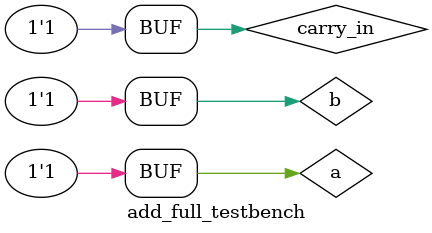
<source format=v>
`define DELAY 20
module add_full_testbench(); 
reg a, b, carry_in;
wire sum, carry_out;

add_full aftb (sum, carry_out, a, b, carry_in);

initial begin
a = 1'b0; b = 1'b0; carry_in = 1'b0;
#`DELAY;
a = 1'b0; b = 1'b0; carry_in = 1'b1;
#`DELAY;
a = 1'b0; b = 1'b1; carry_in = 1'b0;
#`DELAY;
a = 1'b0; b = 1'b1; carry_in = 1'b1;
#`DELAY;
a = 1'b1; b = 1'b0; carry_in = 1'b0;
#`DELAY;
a = 1'b1; b = 1'b0; carry_in = 1'b1;
#`DELAY;
a = 1'b1; b = 1'b1; carry_in = 1'b0;
#`DELAY;
a = 1'b1; b = 1'b1; carry_in = 1'b1;
end
 
 
initial
begin
$monitor("time = %2d, a =%1b, b=%1b, carry_in=%1b, sum=%1b, carry_out=%1b", $time, a, b, carry_in, sum, carry_out);
end
 
endmodule
</source>
